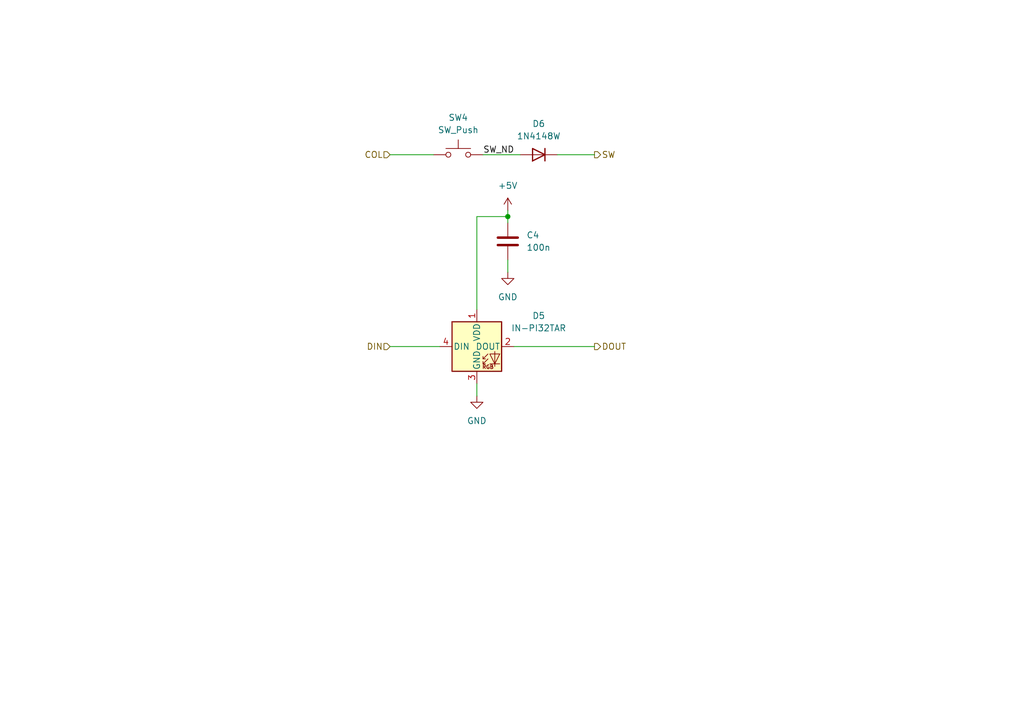
<source format=kicad_sch>
(kicad_sch (version 20231120) (generator "eeschema") (generator_version "8.0")
  (paper "A5")
  (lib_symbols
    (symbol "Device:C" (pin_numbers hide) (pin_names (offset 0.254))
      (property "Reference" "C" (at 0.635 2.54 0))
      (property "Value" "C" (at 0.635 -2.54 0))
      (symbol "C_0_1"
        (polyline (pts (xy -2.032 -0.762) (xy 2.032 -0.762)) (stroke (width 0.508)))
        (polyline (pts (xy -2.032 0.762) (xy 2.032 0.762)) (stroke (width 0.508)))
      )
      (symbol "C_1_1"
        (pin passive line (at 0 3.81 270) (length 2.794) (name "~") (number "1"))
        (pin passive line (at 0 -3.81 90) (length 2.794) (name "~") (number "2"))
      )
    )
    (symbol "Diode:1N4148W" (pin_numbers hide) (pin_names hide)
      (property "Reference" "D" (at 0 2.54 0))
      (property "Value" "1N4148W" (at 0 -2.54 0))
      (symbol "1N4148W_0_1"
        (polyline (pts (xy -1.27 1.27) (xy -1.27 -1.27)) (stroke (width 0.254)))
        (polyline (pts (xy 1.27 0) (xy -1.27 0)))
        (polyline (pts (xy 1.27 1.27) (xy 1.27 -1.27) (xy -1.27 0) (xy 1.27 1.27)) (stroke (width 0.254)))
      )
      (symbol "1N4148W_1_1"
        (pin passive line (at -3.81 0 0) (length 2.54) (name "K") (number "1"))
        (pin passive line (at 3.81 0 180) (length 2.54) (name "A") (number "2"))
      )
    )
    (symbol "Switch:SW_Push" (pin_numbers hide) (pin_names (offset 1.016) hide)
      (property "Reference" "SW" (at 1.27 2.54 0))
      (property "Value" "SW_Push" (at 0 -1.524 0))
      (symbol "SW_Push_0_1"
        (circle (center -2.032 0) (radius 0.508))
        (polyline (pts (xy 0 1.27) (xy 0 3.048)))
        (polyline (pts (xy 2.54 1.27) (xy -2.54 1.27)))
        (circle (center 2.032 0) (radius 0.508))
        (pin passive line (at -5.08 0 0) (length 2.54) (name "1") (number "1"))
        (pin passive line (at 5.08 0 180) (length 2.54) (name "2") (number "2"))
      )
    )
    (symbol "power:+5V" (power) (pin_numbers hide) (pin_names (offset 0) hide)
      (property "Value" "+5V" (at 0 3.556 0))
      (symbol "+5V_0_1"
        (polyline (pts (xy -0.762 1.27) (xy 0 2.54)))
        (polyline (pts (xy 0 0) (xy 0 2.54)))
        (polyline (pts (xy 0 2.54) (xy 0.762 1.27)))
      )
      (symbol "+5V_1_1"
        (pin power_in line (at 0 0 90) (length 0) (name "~") (number "1"))
      )
    )
    (symbol "power:GND" (power) (pin_numbers hide) (pin_names (offset 0) hide)
      (property "Value" "GND" (at 0 -3.81 0))
      (symbol "GND_0_1"
        (polyline (pts (xy 0 0) (xy 0 -1.27) (xy 1.27 -1.27) (xy 0 -2.54) (xy -1.27 -1.27) (xy 0 -1.27)))
      )
      (symbol "GND_1_1"
        (pin power_in line (at 0 0 270) (length 0) (name "~") (number "1"))
      )
    )
    (symbol "woodpecker:Inolux_IN-PI32TAR" (pin_names (offset 0.254))
      (property "Reference" "D" (at 5.08 5.715 0))
      (property "Value" "IN-PI32TAR" (at 1.27 -5.715 0))
      (symbol "Inolux_IN-PI32TAR_0_0"
        (text "RGB" (at 2.286 -4.191 0) (effects (font (size 0.762 0.762))))
      )
      (symbol "Inolux_IN-PI32TAR_0_1"
        (polyline (pts (xy 1.27 -3.556) (xy 1.778 -3.556)))
        (polyline (pts (xy 1.27 -2.54) (xy 1.778 -2.54)))
        (polyline (pts (xy 4.699 -3.556) (xy 2.667 -3.556)))
        (polyline (pts (xy 2.286 -2.54) (xy 1.27 -3.556) (xy 1.27 -3.048)))
        (polyline (pts (xy 2.286 -1.524) (xy 1.27 -2.54) (xy 1.27 -2.032)))
        (polyline (pts (xy 3.683 -1.016) (xy 3.683 -3.556) (xy 3.683 -4.064)))
        (polyline (pts (xy 4.699 -1.524) (xy 2.667 -1.524) (xy 3.683 -3.556) (xy 4.699 -1.524)))
        (rectangle (start 5.08 5.08) (end -5.08 -5.08) (stroke (width 0.254)) (fill (type background)))
      )
      (symbol "Inolux_IN-PI32TAR_1_1"
        (pin power_in line (at 0 7.62 270) (length 2.54) (name "VDD") (number "1"))
        (pin output line (at 7.62 0 180) (length 2.54) (name "DOUT") (number "2"))
        (pin power_in line (at 0 -7.62 90) (length 2.54) (name "GND") (number "3"))
        (pin input line (at -7.62 0 0) (length 2.54) (name "DIN") (number "4"))
      )
    )
  )
  (junction (at 104.14 44.45))
  (wire (pts (xy 104.14 44.45) (xy 104.14 45.72)))
  (wire (pts (xy 105.41 71.12) (xy 121.92 71.12)))
  (wire (pts (xy 99.06 31.75) (xy 106.68 31.75)))
  (wire (pts (xy 80.01 71.12) (xy 90.17 71.12)))
  (wire (pts (xy 97.79 44.45) (xy 97.79 63.5)))
  (wire (pts (xy 97.79 78.74) (xy 97.79 81.28)))
  (wire (pts (xy 104.14 53.34) (xy 104.14 55.88)))
  (wire (pts (xy 114.3 31.75) (xy 121.92 31.75)))
  (wire (pts (xy 104.14 43.18) (xy 104.14 44.45)))
  (wire (pts (xy 104.14 44.45) (xy 97.79 44.45)))
  (wire (pts (xy 80.01 31.75) (xy 88.9 31.75)))
  (label "SW_ND" (at 99.06 31.75 0))
  (hierarchical_label "DIN" (shape input) (at 80.01 71.12 180))
  (hierarchical_label "SW" (shape output) (at 121.92 31.75 0))
  (hierarchical_label "DOUT" (shape output) (at 121.92 71.12 0))
  (hierarchical_label "COL" (shape input) (at 80.01 31.75 180))
  (symbol (lib_id "woodpecker:Inolux_IN-PI32TAR") (at 97.79 71.12 0) (unit 1)
    (property "Reference" "D2" (at 110.49 64.8014 0))
    (property "Value" "IN-PI32TAR" (at 110.49 67.3414 0))
    (property "Footprint" "woodpecker:LED_Inolux_IN-PI32TAR_PLCC4_3.2x2.8mm_P1.5mm" (effects (hide yes)))
    (property "Datasheet" "https://www.inolux-corp.com/datasheet/SMDLED/Addressable%20LED/IN-PI32TAR(X)R(X)G(X)B_v1.1.pdf" (effects (hide yes)))
    (property "Description" "3528 RGB LED 4-Pin with integrated IC" (effects (hide yes)))
    (instances (project "top_section" (path "" (reference "D5") (unit 1)) (path "" (reference "D29") (unit 1)) (path "" (reference "D27") (unit 1)) (path "" (reference "D2") (unit 1)) (path "" (reference "D23") (unit 1)) (path "" (reference "D13") (unit 1)) (path "" (reference "D25") (unit 1)) (path "" (reference "D21") (unit 1)) (path "" (reference "D10") (unit 1)) (path "" (reference "D8") (unit 1))) (project "bottom_section" (path "" (reference "D17") (unit 1)) (path "" (reference "D7") (unit 1)) (path "" (reference "D19") (unit 1)) (path "" (reference "D11") (unit 1)) (path "" (reference "D3") (unit 1)) (path "" (reference "D15") (unit 1)) (path "" (reference "D5") (unit 1)) (path "" (reference "D9") (unit 1)) (path "" (reference "D13") (unit 1)) (path "" (reference "D1") (unit 1))))
  )
  (symbol (lib_id "power:+5V") (at 104.14 43.18 0) (unit 1)
    (property "Reference" "#PWR0108" (effects (hide yes)))
    (property "Value" "+5V" (at 104.14 38.1 0))
    (property "Description" "Power symbol creates a global label with name \"+5V\"" (effects (hide yes)))
    (instances (project "top_section" (path "" (reference "#PWR0111") (unit 1)) (path "" (reference "#PWR0135") (unit 1)) (path "" (reference "#PWR0132") (unit 1)) (path "" (reference "#PWR0108") (unit 1)) (path "" (reference "#PWR0126") (unit 1)) (path "" (reference "#PWR0120") (unit 1)) (path "" (reference "#PWR0129") (unit 1)) (path "" (reference "#PWR0123") (unit 1)) (path "" (reference "#PWR0117") (unit 1)) (path "" (reference "#PWR0114") (unit 1))) (project "bottom_section" (path "" (reference "#PWR026") (unit 1)) (path "" (reference "#PWR011") (unit 1)) (path "" (reference "#PWR029") (unit 1)) (path "" (reference "#PWR017") (unit 1)) (path "" (reference "#PWR05") (unit 1)) (path "" (reference "#PWR023") (unit 1)) (path "" (reference "#PWR08") (unit 1)) (path "" (reference "#PWR014") (unit 1)) (path "" (reference "#PWR020") (unit 1)) (path "" (reference "#PWR02") (unit 1))))
  )
  (symbol (lib_id "Switch:SW_Push") (at 93.98 31.75 0) (unit 1)
    (property "Reference" "SW2" (at 93.98 24.13 0))
    (property "Value" "SW_Push" (at 93.98 26.67 0))
    (property "Footprint" "woodpecker:SW_Hotswap_Kailh_MX_1.00u" (effects (hide yes)))
    (property "Description" "Push button switch, generic, two pins" (effects (hide yes)))
    (instances (project "top_section" (path "" (reference "SW4") (unit 1)) (path "" (reference "SW20") (unit 1)) (path "" (reference "SW19") (unit 1)) (path "" (reference "SW2") (unit 1)) (path "" (reference "SW17") (unit 1)) (path "" (reference "SW9") (unit 1)) (path "" (reference "SW18") (unit 1)) (path "" (reference "SW16") (unit 1)) (path "" (reference "SW7") (unit 1)) (path "" (reference "SW6") (unit 1))) (project "bottom_section" (path "" (reference "SW9") (unit 1)) (path "" (reference "SW4") (unit 1)) (path "" (reference "SW10") (unit 1)) (path "" (reference "SW6") (unit 1)) (path "" (reference "SW2") (unit 1)) (path "" (reference "SW8") (unit 1)) (path "" (reference "SW3") (unit 1)) (path "" (reference "SW5") (unit 1)) (path "" (reference "SW7") (unit 1)) (path "" (reference "SW1") (unit 1))))
  )
  (symbol (lib_id "power:GND") (at 97.79 81.28 0) (unit 1)
    (property "Reference" "#PWR0109" (effects (hide yes)))
    (property "Value" "GND" (at 97.79 86.36 0))
    (property "Description" "Power symbol creates a global label with name \"GND\" , ground" (effects (hide yes)))
    (instances (project "top_section" (path "" (reference "#PWR0112") (unit 1)) (path "" (reference "#PWR0136") (unit 1)) (path "" (reference "#PWR0133") (unit 1)) (path "" (reference "#PWR0109") (unit 1)) (path "" (reference "#PWR0127") (unit 1)) (path "" (reference "#PWR0121") (unit 1)) (path "" (reference "#PWR0130") (unit 1)) (path "" (reference "#PWR0124") (unit 1)) (path "" (reference "#PWR0118") (unit 1)) (path "" (reference "#PWR0115") (unit 1))) (project "bottom_section" (path "" (reference "#PWR025") (unit 1)) (path "" (reference "#PWR010") (unit 1)) (path "" (reference "#PWR028") (unit 1)) (path "" (reference "#PWR016") (unit 1)) (path "" (reference "#PWR04") (unit 1)) (path "" (reference "#PWR022") (unit 1)) (path "" (reference "#PWR07") (unit 1)) (path "" (reference "#PWR013") (unit 1)) (path "" (reference "#PWR019") (unit 1)) (path "" (reference "#PWR01") (unit 1))))
  )
  (symbol (lib_id "Device:C") (at 104.14 49.53 0) (unit 1)
    (property "Reference" "C2" (at 107.95 48.2599 0) (effects (justify left)))
    (property "Value" "100n" (at 107.95 50.7999 0) (effects (justify left)))
    (property "Footprint" "Capacitor_SMD:C_0603_1608Metric" (effects (hide yes)))
    (property "Description" "Unpolarized capacitor" (effects (hide yes)))
    (instances (project "top_section" (path "" (reference "C4") (unit 1)) (path "" (reference "C20") (unit 1)) (path "" (reference "C19") (unit 1)) (path "" (reference "C2") (unit 1)) (path "" (reference "C17") (unit 1)) (path "" (reference "C9") (unit 1)) (path "" (reference "C18") (unit 1)) (path "" (reference "C16") (unit 1)) (path "" (reference "C7") (unit 1)) (path "" (reference "C6") (unit 1))) (project "bottom_section" (path "" (reference "C9") (unit 1)) (path "" (reference "C4") (unit 1)) (path "" (reference "C10") (unit 1)) (path "" (reference "C6") (unit 1)) (path "" (reference "C2") (unit 1)) (path "" (reference "C8") (unit 1)) (path "" (reference "C3") (unit 1)) (path "" (reference "C5") (unit 1)) (path "" (reference "C7") (unit 1)) (path "" (reference "C1") (unit 1))))
  )
  (symbol (lib_id "power:GND") (at 104.14 55.88 0) (unit 1)
    (property "Reference" "#PWR0107" (effects (hide yes)))
    (property "Value" "GND" (at 104.14 60.96 0))
    (property "Description" "Power symbol creates a global label with name \"GND\" , ground" (effects (hide yes)))
    (instances (project "top_section" (path "" (reference "#PWR0110") (unit 1)) (path "" (reference "#PWR0134") (unit 1)) (path "" (reference "#PWR0131") (unit 1)) (path "" (reference "#PWR0107") (unit 1)) (path "" (reference "#PWR0125") (unit 1)) (path "" (reference "#PWR0119") (unit 1)) (path "" (reference "#PWR0128") (unit 1)) (path "" (reference "#PWR0122") (unit 1)) (path "" (reference "#PWR0116") (unit 1)) (path "" (reference "#PWR0113") (unit 1))) (project "bottom_section" (path "" (reference "#PWR027") (unit 1)) (path "" (reference "#PWR012") (unit 1)) (path "" (reference "#PWR030") (unit 1)) (path "" (reference "#PWR018") (unit 1)) (path "" (reference "#PWR06") (unit 1)) (path "" (reference "#PWR024") (unit 1)) (path "" (reference "#PWR09") (unit 1)) (path "" (reference "#PWR015") (unit 1)) (path "" (reference "#PWR021") (unit 1)) (path "" (reference "#PWR03") (unit 1))))
  )
  (symbol (lib_id "Diode:1N4148W") (at 110.49 31.75 180) (unit 1)
    (property "Reference" "D3" (at 110.49 25.4 0))
    (property "Value" "1N4148W" (at 110.49 27.94 0))
    (property "Footprint" "Diode_SMD:D_SOD-123" (effects (hide yes)))
    (property "Datasheet" "https://www.vishay.com/docs/85748/1n4148w.pdf" (effects (hide yes)))
    (property "Description" "75V 0.15A Fast Switching Diode, SOD-123" (effects (hide yes)))
    (property "Sim.Device" "D" (effects (hide yes)))
    (property "Sim.Pins" "1=K 2=A" (effects (hide yes)))
    (instances (project "top_section" (path "" (reference "D6") (unit 1)) (path "" (reference "D30") (unit 1)) (path "" (reference "D28") (unit 1)) (path "" (reference "D3") (unit 1)) (path "" (reference "D24") (unit 1)) (path "" (reference "D14") (unit 1)) (path "" (reference "D26") (unit 1)) (path "" (reference "D22") (unit 1)) (path "" (reference "D11") (unit 1)) (path "" (reference "D9") (unit 1))) (project "bottom_section" (path "" (reference "D18") (unit 1)) (path "" (reference "D8") (unit 1)) (path "" (reference "D20") (unit 1)) (path "" (reference "D12") (unit 1)) (path "" (reference "D4") (unit 1)) (path "" (reference "D16") (unit 1)) (path "" (reference "D6") (unit 1)) (path "" (reference "D10") (unit 1)) (path "" (reference "D14") (unit 1)) (path "" (reference "D2") (unit 1))))
  )
)
</source>
